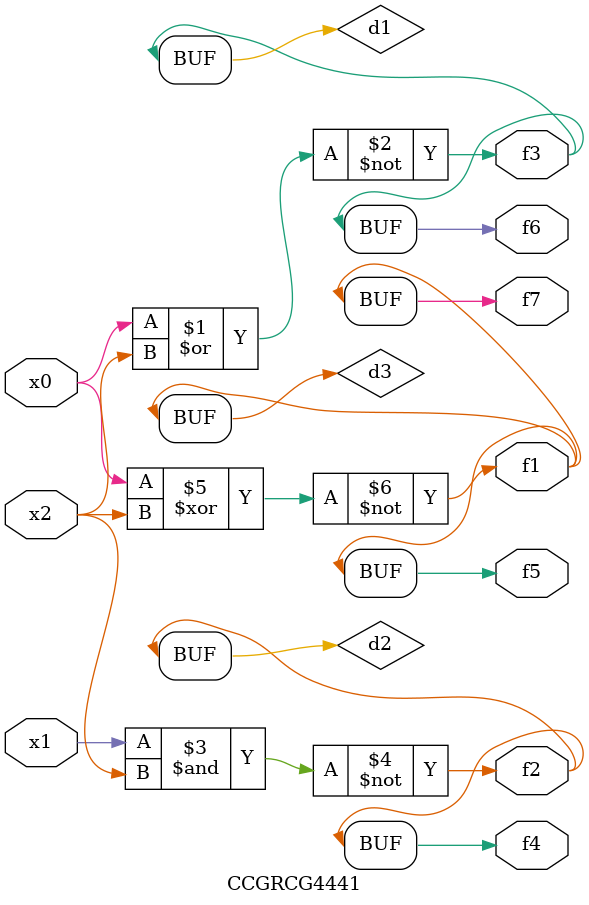
<source format=v>
module CCGRCG4441(
	input x0, x1, x2,
	output f1, f2, f3, f4, f5, f6, f7
);

	wire d1, d2, d3;

	nor (d1, x0, x2);
	nand (d2, x1, x2);
	xnor (d3, x0, x2);
	assign f1 = d3;
	assign f2 = d2;
	assign f3 = d1;
	assign f4 = d2;
	assign f5 = d3;
	assign f6 = d1;
	assign f7 = d3;
endmodule

</source>
